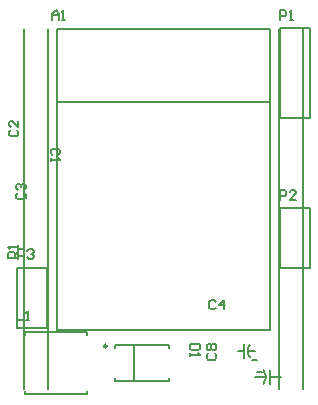
<source format=gto>
G04*
G04 #@! TF.GenerationSoftware,Altium Limited,Altium Designer,21.5.1 (32)*
G04*
G04 Layer_Color=65535*
%FSLAX44Y44*%
%MOMM*%
G71*
G04*
G04 #@! TF.SameCoordinates,DE706C4F-A6C2-482A-8352-4916370A565D*
G04*
G04*
G04 #@! TF.FilePolarity,Positive*
G04*
G01*
G75*
%ADD10C,0.1500*%
%ADD11C,0.2500*%
%ADD12C,0.2000*%
D10*
X300343Y37657D02*
G03*
X300343Y26343I5657J-5657D01*
G01*
X311657Y4343D02*
G03*
X311657Y15657I-5657J5657D01*
G01*
X137000Y50000D02*
Y305000D01*
Y50000D02*
X317000D01*
Y305000D01*
X137000D02*
X317000D01*
X137000Y243000D02*
X317000D01*
X295000Y26000D02*
Y38000D01*
X290000Y32000D02*
X295000D01*
X302000Y24000D02*
X306000D01*
X299000Y32000D02*
X304000D01*
X304500Y10000D02*
X313000D01*
X306000Y14000D02*
X310000D01*
X317000Y10000D02*
X326000D01*
X317000Y4000D02*
Y16000D01*
X202000Y7000D02*
Y37000D01*
X325000Y0D02*
Y305000D01*
X129000Y0D02*
Y305000D01*
X345000Y0D02*
Y305000D01*
X109000Y0D02*
Y305000D01*
X132893Y312423D02*
Y317755D01*
X135559Y320420D01*
X138225Y317755D01*
Y312423D01*
Y316422D01*
X132893D01*
X140890Y312423D02*
X143556D01*
X142223D01*
Y320420D01*
X140890Y319088D01*
X264809Y30093D02*
X263476Y28760D01*
Y26094D01*
X264809Y24761D01*
X270140D01*
X271473Y26094D01*
Y28760D01*
X270140Y30093D01*
X264809Y32758D02*
X263476Y34091D01*
Y36757D01*
X264809Y38090D01*
X266141D01*
X267474Y36757D01*
X268807Y38090D01*
X270140D01*
X271473Y36757D01*
Y34091D01*
X270140Y32758D01*
X268807D01*
X267474Y34091D01*
X266141Y32758D01*
X264809D01*
X267474Y34091D02*
Y36757D01*
X102599Y65938D02*
Y57941D01*
X107931D01*
X110596D02*
X113262D01*
X111929D01*
Y65938D01*
X110596Y64605D01*
X257764Y38129D02*
X249767D01*
Y34130D01*
X251100Y32797D01*
X256432D01*
X257764Y34130D01*
Y38129D01*
X249767Y30132D02*
Y27466D01*
Y28799D01*
X257764D01*
X256432Y30132D01*
X103681Y110713D02*
X95684D01*
Y114712D01*
X97016Y116045D01*
X99682D01*
X101015Y114712D01*
Y110713D01*
Y113379D02*
X103681Y116045D01*
Y118710D02*
Y121376D01*
Y120043D01*
X95684D01*
X97016Y118710D01*
X103681Y110193D02*
Y118190D01*
X107680D01*
X109013Y116858D01*
Y114192D01*
X107680Y112859D01*
X103681D01*
X111678Y116858D02*
X113011Y118190D01*
X115677D01*
X117010Y116858D01*
Y115525D01*
X115677Y114192D01*
X114344D01*
X115677D01*
X117010Y112859D01*
Y111526D01*
X115677Y110193D01*
X113011D01*
X111678Y111526D01*
X325681Y160193D02*
Y168190D01*
X329680D01*
X331013Y166857D01*
Y164192D01*
X329680Y162859D01*
X325681D01*
X339010Y160193D02*
X333678D01*
X339010Y165525D01*
Y166857D01*
X337677Y168190D01*
X335011D01*
X333678Y166857D01*
X325681Y312593D02*
Y320590D01*
X329680D01*
X331013Y319258D01*
Y316592D01*
X329680Y315259D01*
X325681D01*
X333678Y312593D02*
X336344D01*
X335011D01*
Y320590D01*
X333678Y319258D01*
X271183Y73941D02*
X269850Y75274D01*
X267184D01*
X265851Y73941D01*
Y68610D01*
X267184Y67277D01*
X269850D01*
X271183Y68610D01*
X277847Y67277D02*
Y75274D01*
X273848Y71276D01*
X279180D01*
X103544Y165667D02*
X102211Y164334D01*
Y161668D01*
X103544Y160336D01*
X108876D01*
X110209Y161668D01*
Y164334D01*
X108876Y165667D01*
X103544Y168333D02*
X102211Y169666D01*
Y172332D01*
X103544Y173664D01*
X104877D01*
X106210Y172332D01*
Y170999D01*
Y172332D01*
X107543Y173664D01*
X108876D01*
X110209Y172332D01*
Y169666D01*
X108876Y168333D01*
X97477Y219013D02*
X96144Y217680D01*
Y215014D01*
X97477Y213681D01*
X102808D01*
X104141Y215014D01*
Y217680D01*
X102808Y219013D01*
X104141Y227010D02*
Y221678D01*
X98809Y227010D01*
X97477D01*
X96144Y225677D01*
Y223011D01*
X97477Y221678D01*
X137984Y197955D02*
X139316Y199288D01*
Y201954D01*
X137984Y203287D01*
X132652D01*
X131319Y201954D01*
Y199288D01*
X132652Y197955D01*
X131319Y195290D02*
Y192624D01*
Y193957D01*
X139316D01*
X137984Y195290D01*
D11*
X179000Y36250D02*
G03*
X179000Y36250I-1250J0D01*
G01*
D12*
X162500Y-4500D02*
Y-2000D01*
X109500Y-4500D02*
Y-2000D01*
X162500Y46000D02*
Y48500D01*
X109500Y46000D02*
Y48500D01*
Y-4500D02*
X162500D01*
X109500Y48500D02*
X162500D01*
X186000Y37000D02*
X232000Y37000D01*
X186000Y7000D02*
X232000Y7000D01*
X186000Y34750D02*
Y37000D01*
X232000Y34750D02*
Y37000D01*
X186000Y7000D02*
Y9250D01*
X232000Y7000D02*
Y9250D01*
X350700Y228900D02*
Y305100D01*
X325300D02*
X350700D01*
X325300Y228900D02*
Y305100D01*
Y228900D02*
X350700D01*
X325300Y152700D02*
X350700D01*
Y101900D02*
Y152700D01*
X325300Y101900D02*
X350700D01*
X325300D02*
Y152700D01*
X103300Y102700D02*
X128700D01*
Y51900D02*
Y102700D01*
X103300Y51900D02*
X128700D01*
X103300D02*
Y102700D01*
M02*

</source>
